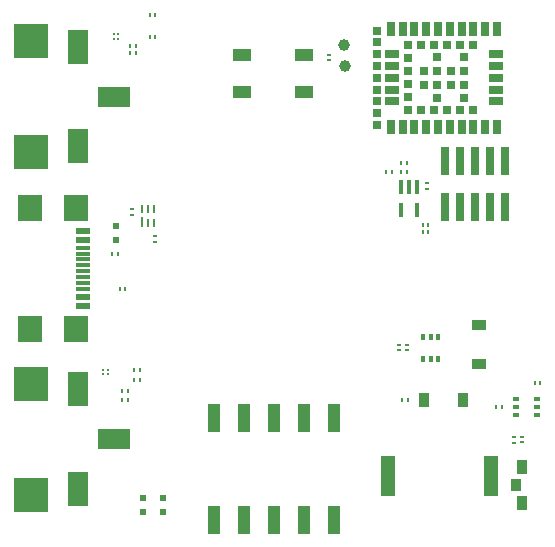
<source format=gtp>
G04*
G04 #@! TF.GenerationSoftware,Altium Limited,Altium Designer,20.1.14 (287)*
G04*
G04 Layer_Color=8421504*
%FSLAX44Y44*%
%MOMM*%
G71*
G04*
G04 #@! TF.SameCoordinates,D1A4AC06-9C69-4D29-80E8-20607C734ED5*
G04*
G04*
G04 #@! TF.FilePolarity,Positive*
G04*
G01*
G75*
%ADD19R,0.2800X0.3000*%
%ADD20R,1.5494X0.9906*%
%ADD21R,0.7000X0.7000*%
%ADD22R,1.1500X0.7000*%
%ADD23R,0.7000X1.1500*%
%ADD24R,0.3000X0.2800*%
%ADD25R,0.5500X0.5500*%
%ADD26R,0.4000X1.1900*%
%ADD27C,1.0000*%
%ADD28R,0.9000X1.0000*%
%ADD29R,0.9000X1.2000*%
%ADD30R,0.5500X0.3500*%
%ADD31R,0.3500X0.5500*%
%ADD32R,1.2200X0.9100*%
%ADD33R,0.9100X1.2200*%
%ADD34R,1.3000X3.4000*%
%ADD35C,0.2500*%
%ADD36R,2.8000X1.8000*%
%ADD37R,1.8000X3.0000*%
%ADD38R,3.0000X3.0000*%
%ADD39R,2.0000X2.1800*%
%ADD40R,1.1500X0.3000*%
%ADD41R,1.1500X0.6000*%
%ADD42R,0.2800X0.8500*%
%ADD43R,0.2800X0.7500*%
%ADD44R,0.7620X2.3876*%
%ADD45R,1.1176X2.4384*%
D19*
X375568Y519847D02*
D03*
X370868D02*
D03*
X621093Y396014D02*
D03*
X616393D02*
D03*
X383800Y396465D02*
D03*
X379100D02*
D03*
X383869Y403658D02*
D03*
X379169D02*
D03*
X390951Y689882D02*
D03*
X386251D02*
D03*
X390981Y696074D02*
D03*
X386282D02*
D03*
X377380Y490474D02*
D03*
X382080D02*
D03*
X633734Y538760D02*
D03*
X638434D02*
D03*
X615378Y596646D02*
D03*
X620078D02*
D03*
X602932Y589026D02*
D03*
X607632D02*
D03*
X633666Y544576D02*
D03*
X638366D02*
D03*
X733108Y410718D02*
D03*
X728408D02*
D03*
X700850Y390398D02*
D03*
X696150D02*
D03*
X389318Y413258D02*
D03*
X394018D02*
D03*
X389318Y421640D02*
D03*
X394018D02*
D03*
X615442Y589026D02*
D03*
X620142D02*
D03*
X407480Y703326D02*
D03*
X402780D02*
D03*
X402526Y722630D02*
D03*
X407226D02*
D03*
D20*
X533180Y656726D02*
D03*
Y688726D02*
D03*
X480680D02*
D03*
Y656726D02*
D03*
D21*
X668960Y686286D02*
D03*
Y674786D02*
D03*
Y663286D02*
D03*
Y651786D02*
D03*
X657460Y674786D02*
D03*
Y663286D02*
D03*
X645960Y686286D02*
D03*
Y674786D02*
D03*
Y663286D02*
D03*
Y651786D02*
D03*
X634460Y674786D02*
D03*
Y663286D02*
D03*
X595210Y629036D02*
D03*
Y639036D02*
D03*
Y649036D02*
D03*
Y659036D02*
D03*
Y669036D02*
D03*
Y679036D02*
D03*
Y689036D02*
D03*
Y699036D02*
D03*
Y709036D02*
D03*
X621210Y652536D02*
D03*
Y663536D02*
D03*
Y674536D02*
D03*
Y685536D02*
D03*
Y696536D02*
D03*
X632210D02*
D03*
X643210D02*
D03*
X654210D02*
D03*
X665210D02*
D03*
X676210D02*
D03*
Y641536D02*
D03*
X665210D02*
D03*
X654210D02*
D03*
X643210D02*
D03*
X632210D02*
D03*
X621210D02*
D03*
D22*
X607460Y649036D02*
D03*
Y659036D02*
D03*
Y669036D02*
D03*
Y679036D02*
D03*
Y689036D02*
D03*
X695960D02*
D03*
Y679036D02*
D03*
Y659036D02*
D03*
Y649036D02*
D03*
Y669036D02*
D03*
D23*
X606710Y710286D02*
D03*
X616710D02*
D03*
X626710D02*
D03*
X636710D02*
D03*
X646710D02*
D03*
X656710D02*
D03*
X666710D02*
D03*
X676710D02*
D03*
X686710D02*
D03*
X696710D02*
D03*
Y627786D02*
D03*
X686710D02*
D03*
X676710D02*
D03*
X666710D02*
D03*
X656710D02*
D03*
X646710D02*
D03*
X636710D02*
D03*
X626710D02*
D03*
X616710D02*
D03*
X606710D02*
D03*
D24*
X406908Y530288D02*
D03*
Y534988D02*
D03*
X387350Y557848D02*
D03*
Y553148D02*
D03*
X637540Y579692D02*
D03*
Y574992D02*
D03*
X554228Y683958D02*
D03*
Y688658D02*
D03*
X717550Y360362D02*
D03*
Y365062D02*
D03*
X710946Y360108D02*
D03*
Y364808D02*
D03*
X620522Y438276D02*
D03*
Y442976D02*
D03*
X613918Y438340D02*
D03*
Y443040D02*
D03*
D25*
X373634Y531876D02*
D03*
Y543560D02*
D03*
X397256Y301752D02*
D03*
Y313436D02*
D03*
X413512Y301752D02*
D03*
Y313436D02*
D03*
D26*
X628546Y557074D02*
D03*
X615546D02*
D03*
Y576274D02*
D03*
X622046D02*
D03*
X628546D02*
D03*
D27*
X567690Y678942D02*
D03*
X567436Y696976D02*
D03*
D28*
X712980Y324104D02*
D03*
D29*
X717480Y309104D02*
D03*
Y339104D02*
D03*
D30*
X730864Y383898D02*
D03*
Y390398D02*
D03*
Y396898D02*
D03*
X712364D02*
D03*
Y390398D02*
D03*
Y383898D02*
D03*
D31*
X646834Y449686D02*
D03*
X640334D02*
D03*
X633834D02*
D03*
Y431186D02*
D03*
X640334D02*
D03*
X646834D02*
D03*
D32*
X681736Y426880D02*
D03*
Y459580D02*
D03*
D33*
X667860Y395986D02*
D03*
X635160D02*
D03*
D34*
X691454Y332232D02*
D03*
X604454D02*
D03*
D35*
X367030Y417894D02*
D03*
X363030D02*
D03*
X367030Y421894D02*
D03*
X363030D02*
D03*
X376142Y706088D02*
D03*
Y702088D02*
D03*
X372142Y706088D02*
D03*
Y702088D02*
D03*
D36*
X372032Y363220D02*
D03*
Y653034D02*
D03*
D37*
X342032Y405220D02*
D03*
Y321220D02*
D03*
Y695034D02*
D03*
Y611034D02*
D03*
D38*
X302032Y410220D02*
D03*
Y316220D02*
D03*
Y700034D02*
D03*
Y606034D02*
D03*
D39*
X300980Y456646D02*
D03*
Y558846D02*
D03*
X340280Y456646D02*
D03*
Y558846D02*
D03*
D40*
X346030Y505246D02*
D03*
Y510246D02*
D03*
Y500246D02*
D03*
Y515246D02*
D03*
Y495246D02*
D03*
Y520246D02*
D03*
Y490246D02*
D03*
Y525246D02*
D03*
D41*
Y475746D02*
D03*
Y483746D02*
D03*
Y531746D02*
D03*
Y539746D02*
D03*
D42*
X396066Y546946D02*
D03*
D43*
X401066Y546446D02*
D03*
X406066D02*
D03*
X396066Y557946D02*
D03*
X401066D02*
D03*
X406066D02*
D03*
D44*
X703326Y598366D02*
D03*
Y559366D02*
D03*
X690626Y598366D02*
D03*
Y559366D02*
D03*
X677926Y598366D02*
D03*
Y559366D02*
D03*
X665226Y598366D02*
D03*
Y559366D02*
D03*
X652526Y598366D02*
D03*
Y559366D02*
D03*
D45*
X558546Y295021D02*
D03*
X533146D02*
D03*
X507746D02*
D03*
X482346D02*
D03*
X456946D02*
D03*
Y381127D02*
D03*
X482346D02*
D03*
X507746D02*
D03*
X533146D02*
D03*
X558546D02*
D03*
M02*

</source>
